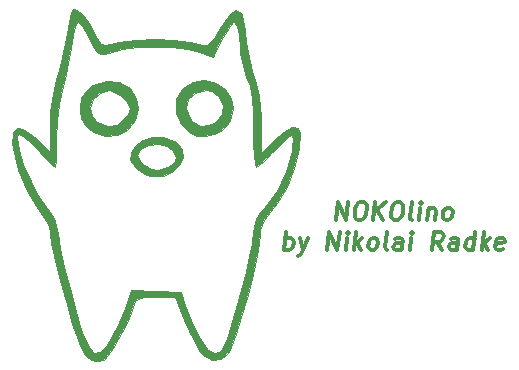
<source format=gbr>
G04 #@! TF.FileFunction,Legend,Top*
%FSLAX46Y46*%
G04 Gerber Fmt 4.6, Leading zero omitted, Abs format (unit mm)*
G04 Created by KiCad (PCBNEW 4.0.7-e2-6376~61~ubuntu18.04.1) date Wed Sep  5 15:10:53 2018*
%MOMM*%
%LPD*%
G01*
G04 APERTURE LIST*
%ADD10C,0.100000*%
%ADD11C,0.300000*%
%ADD12C,0.010000*%
%ADD13C,0.150000*%
G04 APERTURE END LIST*
D10*
D11*
X129958036Y-97103571D02*
X130145536Y-95603571D01*
X130815179Y-97103571D01*
X131002679Y-95603571D01*
X132002679Y-95603571D02*
X132288393Y-95603571D01*
X132422322Y-95675000D01*
X132547322Y-95817857D01*
X132583036Y-96103571D01*
X132520536Y-96603571D01*
X132413393Y-96889286D01*
X132252679Y-97032143D01*
X132100893Y-97103571D01*
X131815179Y-97103571D01*
X131681250Y-97032143D01*
X131556250Y-96889286D01*
X131520536Y-96603571D01*
X131583036Y-96103571D01*
X131690179Y-95817857D01*
X131850893Y-95675000D01*
X132002679Y-95603571D01*
X133100894Y-97103571D02*
X133288394Y-95603571D01*
X133958037Y-97103571D02*
X133422322Y-96246429D01*
X134145537Y-95603571D02*
X133181251Y-96460714D01*
X135074108Y-95603571D02*
X135359822Y-95603571D01*
X135493751Y-95675000D01*
X135618751Y-95817857D01*
X135654465Y-96103571D01*
X135591965Y-96603571D01*
X135484822Y-96889286D01*
X135324108Y-97032143D01*
X135172322Y-97103571D01*
X134886608Y-97103571D01*
X134752679Y-97032143D01*
X134627679Y-96889286D01*
X134591965Y-96603571D01*
X134654465Y-96103571D01*
X134761608Y-95817857D01*
X134922322Y-95675000D01*
X135074108Y-95603571D01*
X136386609Y-97103571D02*
X136252679Y-97032143D01*
X136199108Y-96889286D01*
X136359823Y-95603571D01*
X136958037Y-97103571D02*
X137083037Y-96103571D01*
X137145537Y-95603571D02*
X137065179Y-95675000D01*
X137127679Y-95746429D01*
X137208036Y-95675000D01*
X137145537Y-95603571D01*
X137127679Y-95746429D01*
X137797323Y-96103571D02*
X137672323Y-97103571D01*
X137779465Y-96246429D02*
X137859822Y-96175000D01*
X138011609Y-96103571D01*
X138225894Y-96103571D01*
X138359822Y-96175000D01*
X138413394Y-96317857D01*
X138315180Y-97103571D01*
X139243752Y-97103571D02*
X139109822Y-97032143D01*
X139047323Y-96960714D01*
X138993751Y-96817857D01*
X139047322Y-96389286D01*
X139136608Y-96246429D01*
X139216965Y-96175000D01*
X139368752Y-96103571D01*
X139583037Y-96103571D01*
X139716965Y-96175000D01*
X139779465Y-96246429D01*
X139833037Y-96389286D01*
X139779466Y-96817857D01*
X139690180Y-96960714D01*
X139609822Y-97032143D01*
X139458037Y-97103571D01*
X139243752Y-97103571D01*
X125565179Y-99653571D02*
X125752679Y-98153571D01*
X125681250Y-98725000D02*
X125833036Y-98653571D01*
X126118750Y-98653571D01*
X126252678Y-98725000D01*
X126315178Y-98796429D01*
X126368750Y-98939286D01*
X126315179Y-99367857D01*
X126225893Y-99510714D01*
X126145535Y-99582143D01*
X125993750Y-99653571D01*
X125708036Y-99653571D01*
X125574107Y-99582143D01*
X126904465Y-98653571D02*
X127136608Y-99653571D01*
X127618750Y-98653571D02*
X127136608Y-99653571D01*
X126949107Y-100010714D01*
X126868750Y-100082143D01*
X126716965Y-100153571D01*
X129208036Y-99653571D02*
X129395536Y-98153571D01*
X130065179Y-99653571D01*
X130252679Y-98153571D01*
X130779465Y-99653571D02*
X130904465Y-98653571D01*
X130966965Y-98153571D02*
X130886607Y-98225000D01*
X130949107Y-98296429D01*
X131029464Y-98225000D01*
X130966965Y-98153571D01*
X130949107Y-98296429D01*
X131493751Y-99653571D02*
X131681251Y-98153571D01*
X131708036Y-99082143D02*
X132065179Y-99653571D01*
X132190179Y-98653571D02*
X131547322Y-99225000D01*
X132922323Y-99653571D02*
X132788393Y-99582143D01*
X132725894Y-99510714D01*
X132672322Y-99367857D01*
X132725893Y-98939286D01*
X132815179Y-98796429D01*
X132895536Y-98725000D01*
X133047323Y-98653571D01*
X133261608Y-98653571D01*
X133395536Y-98725000D01*
X133458036Y-98796429D01*
X133511608Y-98939286D01*
X133458037Y-99367857D01*
X133368751Y-99510714D01*
X133288393Y-99582143D01*
X133136608Y-99653571D01*
X132922323Y-99653571D01*
X134279466Y-99653571D02*
X134145536Y-99582143D01*
X134091965Y-99439286D01*
X134252680Y-98153571D01*
X135493751Y-99653571D02*
X135591965Y-98867857D01*
X135538393Y-98725000D01*
X135404465Y-98653571D01*
X135118751Y-98653571D01*
X134966965Y-98725000D01*
X135502679Y-99582143D02*
X135350894Y-99653571D01*
X134993751Y-99653571D01*
X134859822Y-99582143D01*
X134806250Y-99439286D01*
X134824107Y-99296429D01*
X134913394Y-99153571D01*
X135065179Y-99082143D01*
X135422322Y-99082143D01*
X135574108Y-99010714D01*
X136208037Y-99653571D02*
X136333037Y-98653571D01*
X136395537Y-98153571D02*
X136315179Y-98225000D01*
X136377679Y-98296429D01*
X136458036Y-98225000D01*
X136395537Y-98153571D01*
X136377679Y-98296429D01*
X138922323Y-99653571D02*
X138511608Y-98939286D01*
X138065180Y-99653571D02*
X138252680Y-98153571D01*
X138824108Y-98153571D01*
X138958037Y-98225000D01*
X139020536Y-98296429D01*
X139074108Y-98439286D01*
X139047323Y-98653571D01*
X138958036Y-98796429D01*
X138877680Y-98867857D01*
X138725893Y-98939286D01*
X138154465Y-98939286D01*
X140208037Y-99653571D02*
X140306251Y-98867857D01*
X140252679Y-98725000D01*
X140118751Y-98653571D01*
X139833037Y-98653571D01*
X139681251Y-98725000D01*
X140216965Y-99582143D02*
X140065180Y-99653571D01*
X139708037Y-99653571D01*
X139574108Y-99582143D01*
X139520536Y-99439286D01*
X139538393Y-99296429D01*
X139627680Y-99153571D01*
X139779465Y-99082143D01*
X140136608Y-99082143D01*
X140288394Y-99010714D01*
X141565180Y-99653571D02*
X141752680Y-98153571D01*
X141574108Y-99582143D02*
X141422323Y-99653571D01*
X141136609Y-99653571D01*
X141002679Y-99582143D01*
X140940180Y-99510714D01*
X140886608Y-99367857D01*
X140940179Y-98939286D01*
X141029465Y-98796429D01*
X141109822Y-98725000D01*
X141261609Y-98653571D01*
X141547323Y-98653571D01*
X141681251Y-98725000D01*
X142279466Y-99653571D02*
X142466966Y-98153571D01*
X142493751Y-99082143D02*
X142850894Y-99653571D01*
X142975894Y-98653571D02*
X142333037Y-99225000D01*
X144074108Y-99582143D02*
X143922323Y-99653571D01*
X143636609Y-99653571D01*
X143502680Y-99582143D01*
X143449108Y-99439286D01*
X143520537Y-98867857D01*
X143609823Y-98725000D01*
X143761609Y-98653571D01*
X144047323Y-98653571D01*
X144181251Y-98725000D01*
X144234823Y-98867857D01*
X144216966Y-99010714D01*
X143484823Y-99153571D01*
D12*
G36*
X108018140Y-79313148D02*
X108500926Y-79773323D01*
X109032166Y-80462873D01*
X109501485Y-81248432D01*
X109660564Y-81591666D01*
X110026653Y-82217596D01*
X110423814Y-82337213D01*
X110480173Y-82318907D01*
X111580797Y-82042514D01*
X113040955Y-81872170D01*
X114665193Y-81811033D01*
X116258059Y-81862258D01*
X117624098Y-82029004D01*
X118275017Y-82193006D01*
X118713446Y-82332963D01*
X119028706Y-82336738D01*
X119321805Y-82122806D01*
X119693753Y-81609641D01*
X120245559Y-80715719D01*
X120380623Y-80493551D01*
X120980801Y-79693325D01*
X121494368Y-79372534D01*
X121875876Y-79552955D01*
X121967698Y-79733040D01*
X122073643Y-80190367D01*
X122212493Y-81027316D01*
X122354017Y-82061374D01*
X122556952Y-83290353D01*
X122838691Y-84502799D01*
X123084137Y-85283333D01*
X123410553Y-86572603D01*
X123583922Y-88295931D01*
X123606183Y-89026160D01*
X123640000Y-91498987D01*
X124719553Y-90366716D01*
X125540180Y-89641575D01*
X126233094Y-89281602D01*
X126719394Y-89309698D01*
X126918993Y-89728333D01*
X126821143Y-91117049D01*
X126413178Y-92707416D01*
X125770826Y-94289114D01*
X124969817Y-95651820D01*
X124633802Y-96075062D01*
X123855879Y-97106909D01*
X123520774Y-97956800D01*
X123498888Y-98219856D01*
X123412040Y-99185384D01*
X123176038Y-100516815D01*
X122827695Y-102076632D01*
X122403823Y-103727319D01*
X121941234Y-105331359D01*
X121476743Y-106751235D01*
X121047160Y-107849432D01*
X120785747Y-108355000D01*
X120174822Y-108885911D01*
X119423138Y-108934876D01*
X118674345Y-108507505D01*
X118453172Y-108263928D01*
X118060576Y-107636787D01*
X117575528Y-106684102D01*
X117101602Y-105609640D01*
X117092133Y-105586295D01*
X116302222Y-103634733D01*
X114653022Y-103631255D01*
X113705398Y-103655554D01*
X113177401Y-103764056D01*
X112925522Y-104002546D01*
X112852712Y-104205628D01*
X112572422Y-105008118D01*
X112127811Y-106003095D01*
X111597877Y-107042669D01*
X111061619Y-107978951D01*
X110598035Y-108664052D01*
X110326223Y-108935363D01*
X109650476Y-109061452D01*
X109223654Y-108983333D01*
X108723811Y-108524223D01*
X108201992Y-107531867D01*
X107995298Y-107003411D01*
X107637897Y-105932639D01*
X107237288Y-104587943D01*
X106826121Y-103097438D01*
X106437048Y-101589238D01*
X106102719Y-100191458D01*
X105855785Y-99032213D01*
X105728897Y-98239617D01*
X105718888Y-98071278D01*
X105544661Y-97465840D01*
X105097774Y-96667088D01*
X104719241Y-96152835D01*
X103750379Y-94643635D01*
X103006750Y-92847731D01*
X102591866Y-91029584D01*
X102552585Y-90617348D01*
X102587496Y-90030377D01*
X102941493Y-90030377D01*
X102984060Y-90648633D01*
X103204625Y-91539347D01*
X103562267Y-92588206D01*
X104016066Y-93680899D01*
X104525101Y-94703115D01*
X105048452Y-95540541D01*
X105274213Y-95822696D01*
X106050901Y-96973702D01*
X106390259Y-98207220D01*
X106609506Y-99486448D01*
X106957737Y-101107621D01*
X107386468Y-102876865D01*
X107847211Y-104600304D01*
X108291484Y-106084064D01*
X108541784Y-106810350D01*
X109024350Y-107870168D01*
X109494176Y-108372569D01*
X109988669Y-108322346D01*
X110545236Y-107724295D01*
X110918667Y-107115007D01*
X111473483Y-106015183D01*
X111993733Y-104815367D01*
X112141696Y-104423285D01*
X112632245Y-103042111D01*
X114721933Y-103123278D01*
X116811621Y-103204444D01*
X117191629Y-104304606D01*
X117861260Y-106028194D01*
X118515513Y-107301252D01*
X119133849Y-108100487D01*
X119695728Y-108402610D01*
X120180611Y-108184328D01*
X120369324Y-107908048D01*
X120682121Y-107167267D01*
X121071862Y-106016718D01*
X121499639Y-104599058D01*
X121926541Y-103056947D01*
X122313658Y-101533041D01*
X122622079Y-100169999D01*
X122812894Y-99110480D01*
X122845376Y-98830000D01*
X122979334Y-97741149D01*
X123206158Y-96996426D01*
X123611316Y-96375559D01*
X123940466Y-96007778D01*
X124914508Y-94677188D01*
X125699505Y-93022916D01*
X126188388Y-91279737D01*
X126237056Y-90971877D01*
X126305443Y-90270594D01*
X126231257Y-89944141D01*
X125959043Y-90006138D01*
X125433344Y-90470209D01*
X124598704Y-91349976D01*
X124569663Y-91381469D01*
X123921671Y-92042959D01*
X123407917Y-92492701D01*
X123180722Y-92621111D01*
X123081607Y-92357948D01*
X123001557Y-91644517D01*
X122949651Y-90594909D01*
X122934444Y-89527115D01*
X122907702Y-87932796D01*
X122814379Y-86743419D01*
X122634827Y-85801439D01*
X122370000Y-85001111D01*
X122038424Y-83961549D01*
X121833434Y-82937530D01*
X121801701Y-82521219D01*
X121738421Y-81471534D01*
X121576875Y-80714461D01*
X121346702Y-80356737D01*
X121203658Y-80367591D01*
X120941627Y-80691573D01*
X120541665Y-81355149D01*
X120249315Y-81904596D01*
X119550474Y-83283691D01*
X118384754Y-82872401D01*
X117384309Y-82644945D01*
X116047991Y-82507977D01*
X114555223Y-82461723D01*
X113085426Y-82506410D01*
X111818022Y-82642264D01*
X110947720Y-82863030D01*
X110371571Y-83074785D01*
X109965865Y-83073060D01*
X109617971Y-82778444D01*
X109215256Y-82111525D01*
X108837798Y-81375429D01*
X108448116Y-80706473D01*
X108135175Y-80351734D01*
X108027534Y-80339984D01*
X107891091Y-80695203D01*
X107711098Y-81452079D01*
X107524404Y-82453579D01*
X107507850Y-82554555D01*
X107267245Y-83854674D01*
X106972171Y-85194608D01*
X106731739Y-86120949D01*
X106496879Y-87265953D01*
X106337989Y-88718119D01*
X106283333Y-90142615D01*
X106269666Y-91246315D01*
X106233118Y-92097104D01*
X106180364Y-92567495D01*
X106153531Y-92621111D01*
X105910550Y-92430738D01*
X105396565Y-91931008D01*
X104721589Y-91229005D01*
X104703800Y-91210000D01*
X104004374Y-90501018D01*
X103435382Y-89994382D01*
X103119118Y-89798904D01*
X103117845Y-89798889D01*
X102941493Y-90030377D01*
X102587496Y-90030377D01*
X102607081Y-89701112D01*
X102919851Y-89285647D01*
X103487634Y-89371527D01*
X104307167Y-89959327D01*
X104621292Y-90252778D01*
X105718888Y-91324553D01*
X105739860Y-89362276D01*
X105774485Y-87975751D01*
X105865522Y-86925078D01*
X106045993Y-85982150D01*
X106348919Y-84918859D01*
X106412051Y-84718889D01*
X106667582Y-83767413D01*
X106935644Y-82536975D01*
X107139766Y-81403694D01*
X107326630Y-80389808D01*
X107519286Y-79614166D01*
X107679306Y-79228416D01*
X107694186Y-79215715D01*
X108018140Y-79313148D01*
X108018140Y-79313148D01*
G37*
X108018140Y-79313148D02*
X108500926Y-79773323D01*
X109032166Y-80462873D01*
X109501485Y-81248432D01*
X109660564Y-81591666D01*
X110026653Y-82217596D01*
X110423814Y-82337213D01*
X110480173Y-82318907D01*
X111580797Y-82042514D01*
X113040955Y-81872170D01*
X114665193Y-81811033D01*
X116258059Y-81862258D01*
X117624098Y-82029004D01*
X118275017Y-82193006D01*
X118713446Y-82332963D01*
X119028706Y-82336738D01*
X119321805Y-82122806D01*
X119693753Y-81609641D01*
X120245559Y-80715719D01*
X120380623Y-80493551D01*
X120980801Y-79693325D01*
X121494368Y-79372534D01*
X121875876Y-79552955D01*
X121967698Y-79733040D01*
X122073643Y-80190367D01*
X122212493Y-81027316D01*
X122354017Y-82061374D01*
X122556952Y-83290353D01*
X122838691Y-84502799D01*
X123084137Y-85283333D01*
X123410553Y-86572603D01*
X123583922Y-88295931D01*
X123606183Y-89026160D01*
X123640000Y-91498987D01*
X124719553Y-90366716D01*
X125540180Y-89641575D01*
X126233094Y-89281602D01*
X126719394Y-89309698D01*
X126918993Y-89728333D01*
X126821143Y-91117049D01*
X126413178Y-92707416D01*
X125770826Y-94289114D01*
X124969817Y-95651820D01*
X124633802Y-96075062D01*
X123855879Y-97106909D01*
X123520774Y-97956800D01*
X123498888Y-98219856D01*
X123412040Y-99185384D01*
X123176038Y-100516815D01*
X122827695Y-102076632D01*
X122403823Y-103727319D01*
X121941234Y-105331359D01*
X121476743Y-106751235D01*
X121047160Y-107849432D01*
X120785747Y-108355000D01*
X120174822Y-108885911D01*
X119423138Y-108934876D01*
X118674345Y-108507505D01*
X118453172Y-108263928D01*
X118060576Y-107636787D01*
X117575528Y-106684102D01*
X117101602Y-105609640D01*
X117092133Y-105586295D01*
X116302222Y-103634733D01*
X114653022Y-103631255D01*
X113705398Y-103655554D01*
X113177401Y-103764056D01*
X112925522Y-104002546D01*
X112852712Y-104205628D01*
X112572422Y-105008118D01*
X112127811Y-106003095D01*
X111597877Y-107042669D01*
X111061619Y-107978951D01*
X110598035Y-108664052D01*
X110326223Y-108935363D01*
X109650476Y-109061452D01*
X109223654Y-108983333D01*
X108723811Y-108524223D01*
X108201992Y-107531867D01*
X107995298Y-107003411D01*
X107637897Y-105932639D01*
X107237288Y-104587943D01*
X106826121Y-103097438D01*
X106437048Y-101589238D01*
X106102719Y-100191458D01*
X105855785Y-99032213D01*
X105728897Y-98239617D01*
X105718888Y-98071278D01*
X105544661Y-97465840D01*
X105097774Y-96667088D01*
X104719241Y-96152835D01*
X103750379Y-94643635D01*
X103006750Y-92847731D01*
X102591866Y-91029584D01*
X102552585Y-90617348D01*
X102587496Y-90030377D01*
X102941493Y-90030377D01*
X102984060Y-90648633D01*
X103204625Y-91539347D01*
X103562267Y-92588206D01*
X104016066Y-93680899D01*
X104525101Y-94703115D01*
X105048452Y-95540541D01*
X105274213Y-95822696D01*
X106050901Y-96973702D01*
X106390259Y-98207220D01*
X106609506Y-99486448D01*
X106957737Y-101107621D01*
X107386468Y-102876865D01*
X107847211Y-104600304D01*
X108291484Y-106084064D01*
X108541784Y-106810350D01*
X109024350Y-107870168D01*
X109494176Y-108372569D01*
X109988669Y-108322346D01*
X110545236Y-107724295D01*
X110918667Y-107115007D01*
X111473483Y-106015183D01*
X111993733Y-104815367D01*
X112141696Y-104423285D01*
X112632245Y-103042111D01*
X114721933Y-103123278D01*
X116811621Y-103204444D01*
X117191629Y-104304606D01*
X117861260Y-106028194D01*
X118515513Y-107301252D01*
X119133849Y-108100487D01*
X119695728Y-108402610D01*
X120180611Y-108184328D01*
X120369324Y-107908048D01*
X120682121Y-107167267D01*
X121071862Y-106016718D01*
X121499639Y-104599058D01*
X121926541Y-103056947D01*
X122313658Y-101533041D01*
X122622079Y-100169999D01*
X122812894Y-99110480D01*
X122845376Y-98830000D01*
X122979334Y-97741149D01*
X123206158Y-96996426D01*
X123611316Y-96375559D01*
X123940466Y-96007778D01*
X124914508Y-94677188D01*
X125699505Y-93022916D01*
X126188388Y-91279737D01*
X126237056Y-90971877D01*
X126305443Y-90270594D01*
X126231257Y-89944141D01*
X125959043Y-90006138D01*
X125433344Y-90470209D01*
X124598704Y-91349976D01*
X124569663Y-91381469D01*
X123921671Y-92042959D01*
X123407917Y-92492701D01*
X123180722Y-92621111D01*
X123081607Y-92357948D01*
X123001557Y-91644517D01*
X122949651Y-90594909D01*
X122934444Y-89527115D01*
X122907702Y-87932796D01*
X122814379Y-86743419D01*
X122634827Y-85801439D01*
X122370000Y-85001111D01*
X122038424Y-83961549D01*
X121833434Y-82937530D01*
X121801701Y-82521219D01*
X121738421Y-81471534D01*
X121576875Y-80714461D01*
X121346702Y-80356737D01*
X121203658Y-80367591D01*
X120941627Y-80691573D01*
X120541665Y-81355149D01*
X120249315Y-81904596D01*
X119550474Y-83283691D01*
X118384754Y-82872401D01*
X117384309Y-82644945D01*
X116047991Y-82507977D01*
X114555223Y-82461723D01*
X113085426Y-82506410D01*
X111818022Y-82642264D01*
X110947720Y-82863030D01*
X110371571Y-83074785D01*
X109965865Y-83073060D01*
X109617971Y-82778444D01*
X109215256Y-82111525D01*
X108837798Y-81375429D01*
X108448116Y-80706473D01*
X108135175Y-80351734D01*
X108027534Y-80339984D01*
X107891091Y-80695203D01*
X107711098Y-81452079D01*
X107524404Y-82453579D01*
X107507850Y-82554555D01*
X107267245Y-83854674D01*
X106972171Y-85194608D01*
X106731739Y-86120949D01*
X106496879Y-87265953D01*
X106337989Y-88718119D01*
X106283333Y-90142615D01*
X106269666Y-91246315D01*
X106233118Y-92097104D01*
X106180364Y-92567495D01*
X106153531Y-92621111D01*
X105910550Y-92430738D01*
X105396565Y-91931008D01*
X104721589Y-91229005D01*
X104703800Y-91210000D01*
X104004374Y-90501018D01*
X103435382Y-89994382D01*
X103119118Y-89798904D01*
X103117845Y-89798889D01*
X102941493Y-90030377D01*
X102587496Y-90030377D01*
X102607081Y-89701112D01*
X102919851Y-89285647D01*
X103487634Y-89371527D01*
X104307167Y-89959327D01*
X104621292Y-90252778D01*
X105718888Y-91324553D01*
X105739860Y-89362276D01*
X105774485Y-87975751D01*
X105865522Y-86925078D01*
X106045993Y-85982150D01*
X106348919Y-84918859D01*
X106412051Y-84718889D01*
X106667582Y-83767413D01*
X106935644Y-82536975D01*
X107139766Y-81403694D01*
X107326630Y-80389808D01*
X107519286Y-79614166D01*
X107679306Y-79228416D01*
X107694186Y-79215715D01*
X108018140Y-79313148D01*
G36*
X116195099Y-90402925D02*
X116380537Y-90520448D01*
X116906819Y-91134393D01*
X116976477Y-91817977D01*
X116673385Y-92478184D01*
X116081420Y-93021999D01*
X115284458Y-93356407D01*
X114366375Y-93388394D01*
X113903333Y-93267559D01*
X113349637Y-92958932D01*
X112986111Y-92681655D01*
X112541156Y-92043479D01*
X112553195Y-91632170D01*
X113125675Y-91632170D01*
X113432316Y-92225559D01*
X113605313Y-92382847D01*
X114265035Y-92801631D01*
X114913519Y-92863514D01*
X115738974Y-92620656D01*
X116314798Y-92230157D01*
X116437463Y-91750394D01*
X116188575Y-91272722D01*
X115649742Y-90888497D01*
X114902568Y-90689075D01*
X114071992Y-90754534D01*
X113347809Y-91110747D01*
X113125675Y-91632170D01*
X112553195Y-91632170D01*
X112559814Y-91406064D01*
X112944594Y-90831481D01*
X113598004Y-90381804D01*
X114422552Y-90119104D01*
X115320748Y-90105454D01*
X116195099Y-90402925D01*
X116195099Y-90402925D01*
G37*
X116195099Y-90402925D02*
X116380537Y-90520448D01*
X116906819Y-91134393D01*
X116976477Y-91817977D01*
X116673385Y-92478184D01*
X116081420Y-93021999D01*
X115284458Y-93356407D01*
X114366375Y-93388394D01*
X113903333Y-93267559D01*
X113349637Y-92958932D01*
X112986111Y-92681655D01*
X112541156Y-92043479D01*
X112553195Y-91632170D01*
X113125675Y-91632170D01*
X113432316Y-92225559D01*
X113605313Y-92382847D01*
X114265035Y-92801631D01*
X114913519Y-92863514D01*
X115738974Y-92620656D01*
X116314798Y-92230157D01*
X116437463Y-91750394D01*
X116188575Y-91272722D01*
X115649742Y-90888497D01*
X114902568Y-90689075D01*
X114071992Y-90754534D01*
X113347809Y-91110747D01*
X113125675Y-91632170D01*
X112553195Y-91632170D01*
X112559814Y-91406064D01*
X112944594Y-90831481D01*
X113598004Y-90381804D01*
X114422552Y-90119104D01*
X115320748Y-90105454D01*
X116195099Y-90402925D01*
G36*
X111616903Y-85460619D02*
X112480136Y-85970262D01*
X113030565Y-86819188D01*
X113169555Y-87651920D01*
X112924664Y-88686340D01*
X112283605Y-89473544D01*
X111386797Y-89940424D01*
X110374662Y-90013871D01*
X109387777Y-89620885D01*
X108678952Y-89047233D01*
X108347763Y-88503343D01*
X108263210Y-87775860D01*
X108283235Y-87607679D01*
X109149435Y-87607679D01*
X109309685Y-88332366D01*
X109732796Y-88795108D01*
X110629888Y-89195772D01*
X111436726Y-89048521D01*
X111927777Y-88670000D01*
X112346397Y-88111260D01*
X112492222Y-87682222D01*
X112256324Y-87081143D01*
X111689786Y-86512462D01*
X111004338Y-86164881D01*
X110750555Y-86130000D01*
X109930678Y-86347264D01*
X109376702Y-86892901D01*
X109149435Y-87607679D01*
X108283235Y-87607679D01*
X108384406Y-86758027D01*
X108828181Y-86078884D01*
X109407962Y-85696229D01*
X110554850Y-85349520D01*
X111616903Y-85460619D01*
X111616903Y-85460619D01*
G37*
X111616903Y-85460619D02*
X112480136Y-85970262D01*
X113030565Y-86819188D01*
X113169555Y-87651920D01*
X112924664Y-88686340D01*
X112283605Y-89473544D01*
X111386797Y-89940424D01*
X110374662Y-90013871D01*
X109387777Y-89620885D01*
X108678952Y-89047233D01*
X108347763Y-88503343D01*
X108263210Y-87775860D01*
X108283235Y-87607679D01*
X109149435Y-87607679D01*
X109309685Y-88332366D01*
X109732796Y-88795108D01*
X110629888Y-89195772D01*
X111436726Y-89048521D01*
X111927777Y-88670000D01*
X112346397Y-88111260D01*
X112492222Y-87682222D01*
X112256324Y-87081143D01*
X111689786Y-86512462D01*
X111004338Y-86164881D01*
X110750555Y-86130000D01*
X109930678Y-86347264D01*
X109376702Y-86892901D01*
X109149435Y-87607679D01*
X108283235Y-87607679D01*
X108384406Y-86758027D01*
X108828181Y-86078884D01*
X109407962Y-85696229D01*
X110554850Y-85349520D01*
X111616903Y-85460619D01*
G36*
X119751251Y-85488987D02*
X120556213Y-85998912D01*
X121092540Y-86806335D01*
X121241111Y-87649235D01*
X121005692Y-88713359D01*
X120290577Y-89488782D01*
X119626721Y-89822525D01*
X118841525Y-90042692D01*
X118185403Y-89959833D01*
X117531600Y-89653149D01*
X116811579Y-88985416D01*
X116394383Y-88049944D01*
X116384857Y-87668397D01*
X117277414Y-87668397D01*
X117579645Y-88494743D01*
X117757074Y-88718333D01*
X118443339Y-89177301D01*
X119224239Y-89100605D01*
X119767203Y-88795108D01*
X120266593Y-88164883D01*
X120347507Y-87410013D01*
X120064427Y-86707016D01*
X119471834Y-86232408D01*
X118944620Y-86130000D01*
X118023593Y-86347206D01*
X117446627Y-86906278D01*
X117277414Y-87668397D01*
X116384857Y-87668397D01*
X116370091Y-87077027D01*
X116436519Y-86853476D01*
X117020287Y-85958804D01*
X117853714Y-85447473D01*
X118807226Y-85298021D01*
X119751251Y-85488987D01*
X119751251Y-85488987D01*
G37*
X119751251Y-85488987D02*
X120556213Y-85998912D01*
X121092540Y-86806335D01*
X121241111Y-87649235D01*
X121005692Y-88713359D01*
X120290577Y-89488782D01*
X119626721Y-89822525D01*
X118841525Y-90042692D01*
X118185403Y-89959833D01*
X117531600Y-89653149D01*
X116811579Y-88985416D01*
X116394383Y-88049944D01*
X116384857Y-87668397D01*
X117277414Y-87668397D01*
X117579645Y-88494743D01*
X117757074Y-88718333D01*
X118443339Y-89177301D01*
X119224239Y-89100605D01*
X119767203Y-88795108D01*
X120266593Y-88164883D01*
X120347507Y-87410013D01*
X120064427Y-86707016D01*
X119471834Y-86232408D01*
X118944620Y-86130000D01*
X118023593Y-86347206D01*
X117446627Y-86906278D01*
X117277414Y-87668397D01*
X116384857Y-87668397D01*
X116370091Y-87077027D01*
X116436519Y-86853476D01*
X117020287Y-85958804D01*
X117853714Y-85447473D01*
X118807226Y-85298021D01*
X119751251Y-85488987D01*
D13*
M02*

</source>
